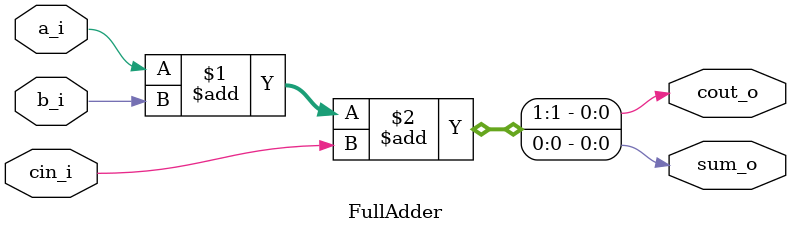
<source format=v>
`timescale 1ns / 1ps


module FullAdder( 
input a_i,
input b_i,
input cin_i,
output sum_o,
output cout_o);


assign {cout_o,sum_o} = a_i + b_i + cin_i;

endmodule


</source>
